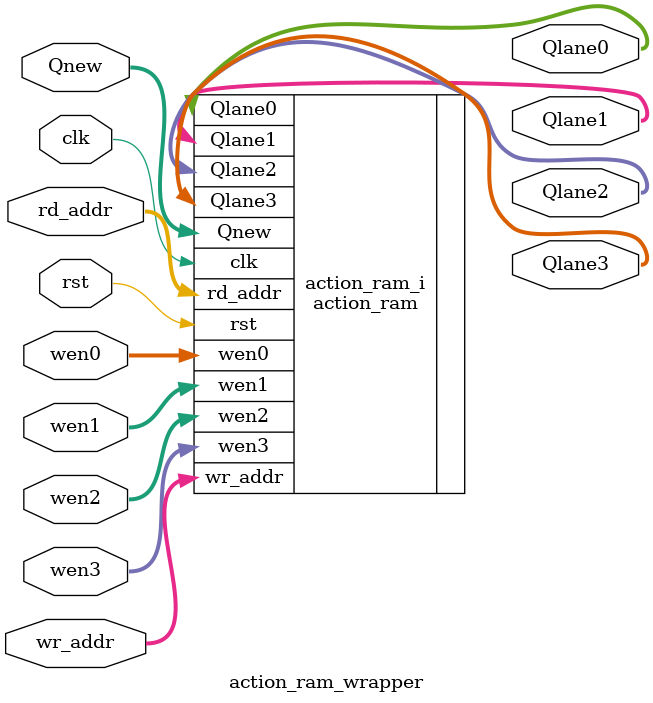
<source format=v>
`timescale 1 ps / 1 ps

module action_ram_wrapper
   (Qlane0,
    Qlane1,
    Qlane2,
    Qlane3,
    Qnew,
    clk,
    rd_addr,
    rst,
    wen0,
    wen1,
    wen2,
    wen3,
    wr_addr);
  output [63:0]Qlane0;
  output [63:0]Qlane1;
  output [63:0]Qlane2;
  output [63:0]Qlane3;
  input [63:0]Qnew;
  input clk;
  input [31:0]rd_addr;
  input rst;
  input [7:0]wen0;
  input [7:0]wen1;
  input [7:0]wen2;
  input [7:0]wen3;
  input [31:0]wr_addr;

  wire [63:0]Qlane0;
  wire [63:0]Qlane1;
  wire [63:0]Qlane2;
  wire [63:0]Qlane3;
  wire [63:0]Qnew;
  wire clk;
  wire [31:0]rd_addr;
  wire rst;
  wire [7:0]wen0;
  wire [7:0]wen1;
  wire [7:0]wen2;
  wire [7:0]wen3;
  wire [31:0]wr_addr;

  action_ram action_ram_i
       (.Qlane0(Qlane0),
        .Qlane1(Qlane1),
        .Qlane2(Qlane2),
        .Qlane3(Qlane3),
        .Qnew(Qnew),
        .clk(clk),
        .rd_addr(rd_addr),
        .rst(rst),
        .wen0(wen0),
        .wen1(wen1),
        .wen2(wen2),
        .wen3(wen3),
        .wr_addr(wr_addr));
endmodule

</source>
